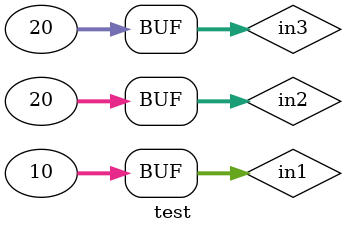
<source format=v>
`timescale 1ns / 1ps


module test;


reg  [31:0] in1;
reg  [31:0] in2;
reg  [31:0] in3;
wire  [31:0] sum;
        
 adder eg1( in1, in2, in3,  sum);
 
 initial begin

in1= 10;
in2=20;
in3=20;


end
  
endmodule

</source>
